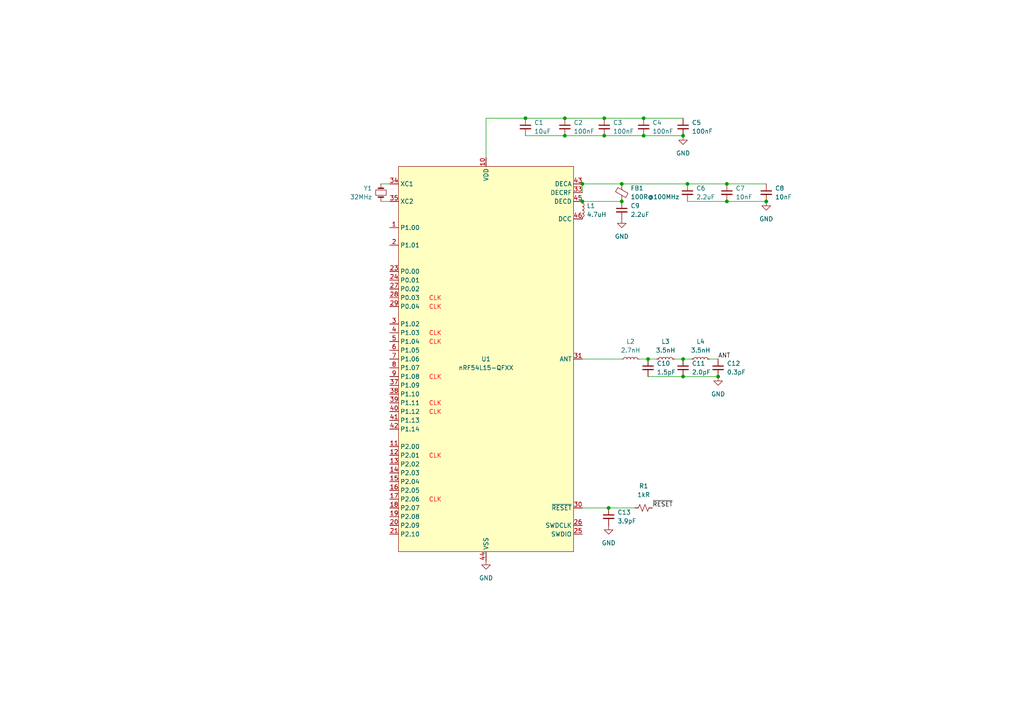
<source format=kicad_sch>
(kicad_sch (version 20250114) (generator "eeschema") (generator_version "9.0")
  (paper "A4")
  (lib_symbols
    (symbol "Device:C_Small" (pin_numbers (hide yes)) (pin_names (offset 0.254) (hide yes))
      (property "Reference" "C" (at 0.254 1.778 0))
      (property "Value" "C_Small" (at 0.254 -2.032 0))
      (symbol "C_Small_0_1"
        (polyline (pts (xy -1.524 0.508) (xy 1.524 0.508)) (stroke (width 0.3048)))
        (polyline (pts (xy -1.524 -0.508) (xy 1.524 -0.508)) (stroke (width 0.3302)))
      )
      (symbol "C_Small_1_1"
        (pin passive line (at 0 2.54 270) (length 2.032) (name "~") (number "1"))
        (pin passive line (at 0 -2.54 90) (length 2.032) (name "~") (number "2"))
      )
    )
    (symbol "Device:Crystal_Small" (pin_numbers (hide yes)) (pin_names (offset 1.016) (hide yes))
      (property "Reference" "Y" (at 0 2.54 0))
      (property "Value" "Crystal_Small" (at 0 -2.54 0))
      (symbol "Crystal_Small_0_1"
        (polyline (pts (xy -1.27 -0.762) (xy -1.27 0.762)) (stroke (width 0.381)))
        (rectangle (start -0.762 -1.524) (end 0.762 1.524))
        (polyline (pts (xy 1.27 -0.762) (xy 1.27 0.762)) (stroke (width 0.381)))
      )
      (symbol "Crystal_Small_1_1"
        (pin passive line (at -2.54 0 0) (length 1.27) (name "1") (number "1"))
        (pin passive line (at 2.54 0 180) (length 1.27) (name "2") (number "2"))
      )
    )
    (symbol "Device:FerriteBead_Small" (pin_numbers (hide yes)) (pin_names (offset 0))
      (property "Reference" "FB" (at 1.905 1.27 0))
      (property "Value" "FerriteBead_Small" (at 1.905 -1.27 0))
      (symbol "FerriteBead_Small_0_1"
        (polyline (pts (xy -1.8288 0.2794) (xy -1.1176 1.4986) (xy 1.8288 -0.2032) (xy 1.1176 -1.4224) (xy -1.8288 0.2794)))
        (polyline (pts (xy 0 0.889) (xy 0 1.2954)))
        (polyline (pts (xy 0 -1.27) (xy 0 -0.7874)))
      )
      (symbol "FerriteBead_Small_1_1"
        (pin passive line (at 0 2.54 270) (length 1.27) (name "~") (number "1"))
        (pin passive line (at 0 -2.54 90) (length 1.27) (name "~") (number "2"))
      )
    )
    (symbol "Device:L_Small" (pin_numbers (hide yes)) (pin_names (offset 0.254) (hide yes))
      (property "Reference" "L" (at 0.762 1.016 0))
      (property "Value" "L_Small" (at 0.762 -1.016 0))
      (symbol "L_Small_0_1"
        (arc (start 0 2.032) (mid 0.5058 1.524) (end 0 1.016))
        (arc (start 0 1.016) (mid 0.5058 0.508) (end 0 0))
        (arc (start 0 0) (mid 0.5058 -0.508) (end 0 -1.016))
        (arc (start 0 -1.016) (mid 0.5058 -1.524) (end 0 -2.032))
      )
      (symbol "L_Small_1_1"
        (pin passive line (at 0 2.54 270) (length 0.508) (name "~") (number "1"))
        (pin passive line (at 0 -2.54 90) (length 0.508) (name "~") (number "2"))
      )
    )
    (symbol "Device:R_Small_US" (pin_numbers (hide yes)) (pin_names (offset 0.254) (hide yes))
      (property "Reference" "R" (at 0.762 0.508 0))
      (property "Value" "R_Small_US" (at 0.762 -1.016 0))
      (symbol "R_Small_US_1_1"
        (polyline (pts (xy 0 1.524) (xy 1.016 1.143) (xy 0 0.762) (xy -1.016 0.381) (xy 0 0)))
        (polyline (pts (xy 0 0) (xy 1.016 -0.381) (xy 0 -0.762) (xy -1.016 -1.143) (xy 0 -1.524)))
        (pin passive line (at 0 2.54 270) (length 1.016) (name "~") (number "1"))
        (pin passive line (at 0 -2.54 90) (length 1.016) (name "~") (number "2"))
      )
    )
    (symbol "nordic-lib-kicad-nrf54l:nRF54L15-QFXX"
      (property "Reference" "U" (at 0 0 0))
      (property "Value" "nRF54L15-QFXX" (at 0 -2.54 0))
      (symbol "nRF54L15-QFXX_0_0"
        (pin bidirectional line (at -27.94 50.8 0) (length 2.54) (name "XC1") (number "34"))
        (pin bidirectional line (at -27.94 45.72 0) (length 2.54) (name "XC2") (number "35"))
        (pin bidirectional line (at -27.94 25.4 0) (length 2.54) (name "P0.00") (number "23"))
        (pin bidirectional line (at -27.94 22.86 0) (length 2.54) (name "P0.01") (number "24"))
        (pin bidirectional line (at -27.94 20.32 0) (length 2.54) (name "P0.02") (number "27"))
        (pin passive line (at 0 -58.42 90) (length 2.54) (hide yes) (name "VSS_PA") (number "32"))
        (pin power_in line (at 0 -58.42 90) (length 2.54) (name "VSS") (number "44"))
        (pin passive line (at 27.94 50.8 180) (length 2.54) (name "DECA") (number "43"))
        (pin passive line (at 27.94 48.26 180) (length 2.54) (name "DECRF") (number "33"))
        (pin passive line (at 27.94 45.72 180) (length 2.54) (name "DECD") (number "45"))
        (pin power_out line (at 27.94 40.64 180) (length 2.54) (name "DCC") (number "46"))
        (pin output line (at 27.94 0 180) (length 2.54) (name "ANT") (number "31"))
        (pin input line (at 27.94 -43.18 180) (length 2.54) (name "~{RESET}") (number "30"))
        (pin bidirectional line (at 27.94 -50.8 180) (length 2.54) (name "SWDIO") (number "25"))
      )
      (symbol "nRF54L15-QFXX_1_0"
        (pin bidirectional line (at -27.94 38.1 0) (length 2.54) (name "P1.00") (number "1"))
        (pin bidirectional line (at -27.94 33.02 0) (length 2.54) (name "P1.01") (number "2"))
        (pin bidirectional line (at -27.94 17.78 0) (length 2.54) (name "P0.03") (number "28"))
        (pin bidirectional line (at -27.94 15.24 0) (length 2.54) (name "P0.04") (number "29"))
        (pin bidirectional line (at -27.94 10.16 0) (length 2.54) (name "P1.02") (number "3"))
        (pin bidirectional line (at -27.94 7.62 0) (length 2.54) (name "P1.03") (number "4"))
        (pin bidirectional line (at -27.94 5.08 0) (length 2.54) (name "P1.04") (number "5"))
        (pin bidirectional line (at -27.94 2.54 0) (length 2.54) (name "P1.05") (number "6"))
        (pin bidirectional line (at -27.94 0 0) (length 2.54) (name "P1.06") (number "7"))
        (pin bidirectional line (at -27.94 -2.54 0) (length 2.54) (name "P1.07") (number "8"))
        (pin bidirectional line (at -27.94 -5.08 0) (length 2.54) (name "P1.08") (number "9"))
        (pin bidirectional line (at -27.94 -7.62 0) (length 2.54) (name "P1.09") (number "37"))
        (pin bidirectional line (at -27.94 -10.16 0) (length 2.54) (name "P1.10") (number "38"))
        (pin bidirectional line (at -27.94 -12.7 0) (length 2.54) (name "P1.11") (number "39"))
        (pin bidirectional line (at -27.94 -15.24 0) (length 2.54) (name "P1.12") (number "40"))
        (pin bidirectional line (at -27.94 -17.78 0) (length 2.54) (name "P1.13") (number "41"))
        (pin bidirectional line (at -27.94 -20.32 0) (length 2.54) (name "P1.14") (number "42"))
        (pin bidirectional line (at -27.94 -25.4 0) (length 2.54) (name "P2.00") (number "11"))
        (pin bidirectional line (at -27.94 -27.94 0) (length 2.54) (name "P2.01") (number "12"))
        (pin bidirectional line (at -27.94 -30.48 0) (length 2.54) (name "P2.02") (number "13"))
        (pin bidirectional line (at -27.94 -33.02 0) (length 2.54) (name "P2.03") (number "14"))
        (pin bidirectional line (at -27.94 -35.56 0) (length 2.54) (name "P2.04") (number "15"))
        (pin bidirectional line (at -27.94 -38.1 0) (length 2.54) (name "P2.05") (number "16"))
        (pin bidirectional line (at -27.94 -40.64 0) (length 2.54) (name "P2.06") (number "17"))
        (pin bidirectional line (at -27.94 -43.18 0) (length 2.54) (name "P2.07") (number "18"))
        (pin bidirectional line (at -27.94 -45.72 0) (length 2.54) (name "P2.08") (number "19"))
        (pin bidirectional line (at -27.94 -48.26 0) (length 2.54) (name "P2.09") (number "20"))
        (pin bidirectional line (at -27.94 -50.8 0) (length 2.54) (name "P2.10") (number "21"))
        (pin power_in line (at 0 58.42 270) (length 2.54) (name "VDD") (number "10"))
        (pin passive line (at 0 58.42 270) (length 2.54) (hide yes) (name "VDD") (number "22"))
        (pin passive line (at 0 58.42 270) (length 2.54) (hide yes) (name "VDD") (number "36"))
        (pin passive line (at 0 58.42 270) (length 2.54) (hide yes) (name "VDD") (number "47"))
        (pin passive line (at 0 58.42 270) (length 2.54) (hide yes) (name "VDD") (number "48"))
        (pin passive line (at 0 -58.42 90) (length 2.54) (hide yes) (name "VSS") (number "49"))
        (pin input line (at 27.94 -48.26 180) (length 2.54) (name "SWDCLK") (number "26"))
      )
      (symbol "nRF54L15-QFXX_1_1"
        (rectangle (start -25.4 55.88) (end 25.4 -55.88) (fill (type background)))
        (text "CLK" (at -14.732 17.78 0) (effects (font (size 1.27 1.27))))
        (text "CLK" (at -14.732 15.24 0) (effects (font (size 1.27 1.27))))
        (text "CLK" (at -14.732 7.62 0) (effects (font (size 1.27 1.27))))
        (text "CLK" (at -14.732 5.08 0) (effects (font (size 1.27 1.27))))
        (text "CLK" (at -14.732 -5.08 0) (effects (font (size 1.27 1.27))))
        (text "CLK" (at -14.732 -12.7 0) (effects (font (size 1.27 1.27))))
        (text "CLK" (at -14.732 -15.24 0) (effects (font (size 1.27 1.27))))
        (text "CLK" (at -14.732 -27.94 0) (effects (font (size 1.27 1.27))))
        (text "CLK" (at -14.732 -40.64 0) (effects (font (size 1.27 1.27))))
      )
    )
    (symbol "power:GND" (power) (pin_numbers (hide yes)) (pin_names (offset 0) (hide yes))
      (property "Value" "GND" (at 0 -3.81 0))
      (symbol "GND_0_1"
        (polyline (pts (xy 0 0) (xy 0 -1.27) (xy 1.27 -1.27) (xy 0 -2.54) (xy -1.27 -1.27) (xy 0 -1.27)))
      )
      (symbol "GND_1_1"
        (pin power_in line (at 0 0 270) (length 0) (name "~") (number "1"))
      )
    )
  )
  (junction (at 180.34 53.34))
  (junction (at 187.96 104.14))
  (junction (at 222.25 58.42))
  (junction (at 208.28 109.22))
  (junction (at 199.39 53.34))
  (junction (at 210.82 58.42))
  (junction (at 210.82 53.34))
  (junction (at 163.83 34.29))
  (junction (at 175.26 34.29))
  (junction (at 175.26 39.37))
  (junction (at 198.12 104.14))
  (junction (at 180.34 58.42))
  (junction (at 198.12 109.22))
  (junction (at 163.83 39.37))
  (junction (at 198.12 39.37))
  (junction (at 186.69 39.37))
  (junction (at 186.69 34.29))
  (junction (at 176.53 147.32))
  (junction (at 168.91 53.34))
  (junction (at 168.91 58.42))
  (junction (at 152.4 34.29))
  (wire (pts (xy 168.91 53.34) (xy 180.34 53.34)))
  (wire (pts (xy 180.34 53.34) (xy 199.39 53.34)))
  (wire (pts (xy 176.53 147.32) (xy 184.15 147.32)))
  (wire (pts (xy 186.69 34.29) (xy 198.12 34.29)))
  (wire (pts (xy 168.91 104.14) (xy 180.34 104.14)))
  (wire (pts (xy 222.25 58.42) (xy 210.82 58.42)))
  (wire (pts (xy 198.12 109.22) (xy 208.28 109.22)))
  (wire (pts (xy 187.96 104.14) (xy 185.42 104.14)))
  (wire (pts (xy 163.83 39.37) (xy 175.26 39.37)))
  (wire (pts (xy 110.49 58.42) (xy 113.03 58.42)))
  (wire (pts (xy 168.91 58.42) (xy 180.34 58.42)))
  (wire (pts (xy 152.4 39.37) (xy 163.83 39.37)))
  (wire (pts (xy 195.58 104.14) (xy 198.12 104.14)))
  (wire (pts (xy 210.82 53.34) (xy 222.25 53.34)))
  (wire (pts (xy 168.91 147.32) (xy 176.53 147.32)))
  (wire (pts (xy 186.69 39.37) (xy 198.12 39.37)))
  (wire (pts (xy 199.39 53.34) (xy 210.82 53.34)))
  (wire (pts (xy 140.97 34.29) (xy 152.4 34.29)))
  (wire (pts (xy 168.91 53.34) (xy 168.91 55.88)))
  (wire (pts (xy 205.74 104.14) (xy 208.28 104.14)))
  (wire (pts (xy 163.83 34.29) (xy 175.26 34.29)))
  (wire (pts (xy 175.26 34.29) (xy 186.69 34.29)))
  (wire (pts (xy 110.49 53.34) (xy 113.03 53.34)))
  (wire (pts (xy 152.4 34.29) (xy 163.83 34.29)))
  (wire (pts (xy 199.39 58.42) (xy 210.82 58.42)))
  (wire (pts (xy 187.96 109.22) (xy 198.12 109.22)))
  (wire (pts (xy 175.26 39.37) (xy 186.69 39.37)))
  (wire (pts (xy 198.12 104.14) (xy 200.66 104.14)))
  (wire (pts (xy 140.97 45.72) (xy 140.97 34.29)))
  (wire (pts (xy 190.5 104.14) (xy 187.96 104.14)))
  (label "ANT" (at 208.28 104.14 0))
  (label "~{RESET}" (at 189.23 147.32 0))
  (symbol (lib_id "Device:R_Small_US") (at 186.69 147.32 90) (unit 1)
    (property "Reference" "R1" (at 186.69 140.97 90))
    (property "Value" "1kR" (at 186.69 143.51 90))
    (property "Description" "Resistor, small US symbol" (effects (hide yes)))
  )
  (symbol (lib_id "Device:C_Small") (at 199.39 55.88 0) (unit 1)
    (property "Reference" "C6" (at 201.93 54.6162 0) (effects (justify left)))
    (property "Value" "2.2uF" (at 201.93 57.1562 0) (effects (justify left)))
    (property "Description" "Unpolarized capacitor, small symbol" (effects (hide yes)))
  )
  (symbol (lib_id "Device:C_Small") (at 180.34 60.96 0) (unit 1)
    (property "Reference" "C9" (at 182.88 59.6962 0) (effects (justify left)))
    (property "Value" "2.2uF" (at 182.88 62.2362 0) (effects (justify left)))
    (property "Description" "Unpolarized capacitor, small symbol" (effects (hide yes)))
  )
  (symbol (lib_id "Device:C_Small") (at 163.83 36.83 0) (unit 1)
    (property "Reference" "C2" (at 166.37 35.5662 0) (effects (justify left)))
    (property "Value" "100nF" (at 166.37 38.1062 0) (effects (justify left)))
    (property "Description" "Unpolarized capacitor, small symbol" (effects (hide yes)))
  )
  (symbol (lib_id "Device:Crystal_Small") (at 110.49 55.88 90) (unit 1)
    (property "Reference" "Y1" (at 107.95 54.6099 90) (effects (justify left)))
    (property "Value" "32MHz" (at 107.95 57.1499 90) (effects (justify left)))
    (property "Description" "Two pin crystal, small symbol" (effects (hide yes)))
  )
  (symbol (lib_id "Device:C_Small") (at 208.28 106.68 0) (unit 1)
    (property "Reference" "C12" (at 210.82 105.4162 0) (effects (justify left)))
    (property "Value" "0.3pF" (at 210.82 107.9562 0) (effects (justify left)))
    (property "Description" "Unpolarized capacitor, small symbol" (effects (hide yes)))
  )
  (symbol (lib_id "power:GND") (at 198.12 39.37 0) (unit 1)
    (property "Reference" "#PWR01" (effects (hide yes)))
    (property "Value" "GND" (at 198.12 44.45 0))
    (property "Description" "Power symbol creates a global label with name \"GND\" , ground" (effects (hide yes)))
  )
  (symbol (lib_id "Device:L_Small") (at 203.2 104.14 90) (unit 1)
    (property "Reference" "L4" (at 203.2 99.06 90))
    (property "Value" "3.5nH" (at 203.2 101.6 90))
    (property "Description" "Inductor, small symbol" (effects (hide yes)))
  )
  (symbol (lib_id "Device:C_Small") (at 187.96 106.68 0) (unit 1)
    (property "Reference" "C10" (at 190.5 105.4162 0) (effects (justify left)))
    (property "Value" "1.5pF" (at 190.5 107.9562 0) (effects (justify left)))
    (property "Description" "Unpolarized capacitor, small symbol" (effects (hide yes)))
  )
  (symbol (lib_id "Device:C_Small") (at 210.82 55.88 0) (unit 1)
    (property "Reference" "C7" (at 213.36 54.6162 0) (effects (justify left)))
    (property "Value" "10nF" (at 213.36 57.1562 0) (effects (justify left)))
    (property "Description" "Unpolarized capacitor, small symbol" (effects (hide yes)))
  )
  (symbol (lib_id "Device:L_Small") (at 182.88 104.14 90) (unit 1)
    (property "Reference" "L2" (at 182.88 99.06 90))
    (property "Value" "2.7nH" (at 182.88 101.6 90))
    (property "Description" "Inductor, small symbol" (effects (hide yes)))
  )
  (symbol (lib_id "Device:C_Small") (at 176.53 149.86 0) (unit 1)
    (property "Reference" "C13" (at 179.07 148.5962 0) (effects (justify left)))
    (property "Value" "3.9pF" (at 179.07 151.1362 0) (effects (justify left)))
    (property "Description" "Unpolarized capacitor, small symbol" (effects (hide yes)))
  )
  (symbol (lib_id "power:GND") (at 176.53 152.4 0) (unit 1)
    (property "Reference" "#PWR05" (effects (hide yes)))
    (property "Value" "GND" (at 176.53 157.48 0))
    (property "Description" "Power symbol creates a global label with name \"GND\" , ground" (effects (hide yes)))
  )
  (symbol (lib_id "Device:C_Small") (at 152.4 36.83 0) (unit 1)
    (property "Reference" "C1" (at 154.94 35.5662 0) (effects (justify left)))
    (property "Value" "10uF" (at 154.94 38.1062 0) (effects (justify left)))
    (property "Description" "Unpolarized capacitor, small symbol" (effects (hide yes)))
  )
  (symbol (lib_id "power:GND") (at 180.34 63.5 0) (unit 1)
    (property "Reference" "#PWR03" (effects (hide yes)))
    (property "Value" "GND" (at 180.34 68.58 0))
    (property "Description" "Power symbol creates a global label with name \"GND\" , ground" (effects (hide yes)))
  )
  (symbol (lib_id "Device:C_Small") (at 198.12 106.68 0) (unit 1)
    (property "Reference" "C11" (at 200.66 105.4162 0) (effects (justify left)))
    (property "Value" "2.0pF" (at 200.66 107.9562 0) (effects (justify left)))
    (property "Description" "Unpolarized capacitor, small symbol" (effects (hide yes)))
  )
  (symbol (lib_id "Device:FerriteBead_Small") (at 180.34 55.88 0) (unit 1)
    (property "Reference" "FB1" (at 182.88 54.5718 0) (effects (justify left)))
    (property "Value" "100R@100MHz" (at 182.88 57.1118 0) (effects (justify left)))
    (property "Description" "Ferrite bead, small symbol" (effects (hide yes)))
  )
  (symbol (lib_id "Device:C_Small") (at 198.12 36.83 0) (unit 1)
    (property "Reference" "C5" (at 200.66 35.5662 0) (effects (justify left)))
    (property "Value" "100nF" (at 200.66 38.1062 0) (effects (justify left)))
    (property "Description" "Unpolarized capacitor, small symbol" (effects (hide yes)))
  )
  (symbol (lib_id "power:GND") (at 208.28 109.22 0) (unit 1)
    (property "Reference" "#PWR04" (effects (hide yes)))
    (property "Value" "GND" (at 208.28 114.3 0))
    (property "Description" "Power symbol creates a global label with name \"GND\" , ground" (effects (hide yes)))
  )
  (symbol (lib_id "Device:L_Small") (at 193.04 104.14 90) (unit 1)
    (property "Reference" "L3" (at 193.04 99.06 90))
    (property "Value" "3.5nH" (at 193.04 101.6 90))
    (property "Description" "Inductor, small symbol" (effects (hide yes)))
  )
  (symbol (lib_id "power:GND") (at 140.97 162.56 0) (unit 1)
    (property "Reference" "#PWR06" (effects (hide yes)))
    (property "Value" "GND" (at 140.97 167.64 0))
    (property "Description" "Power symbol creates a global label with name \"GND\" , ground" (effects (hide yes)))
  )
  (symbol (lib_id "Device:C_Small") (at 175.26 36.83 0) (unit 1)
    (property "Reference" "C3" (at 177.8 35.5662 0) (effects (justify left)))
    (property "Value" "100nF" (at 177.8 38.1062 0) (effects (justify left)))
    (property "Description" "Unpolarized capacitor, small symbol" (effects (hide yes)))
  )
  (symbol (lib_id "Device:L_Small") (at 168.91 60.96 0) (unit 1)
    (property "Reference" "L1" (at 170.18 59.6899 0) (effects (justify left)))
    (property "Value" "4.7uH" (at 170.18 62.2299 0) (effects (justify left)))
    (property "Description" "Inductor, small symbol" (effects (hide yes)))
  )
  (symbol (lib_id "Device:C_Small") (at 222.25 55.88 0) (unit 1)
    (property "Reference" "C8" (at 224.79 54.6162 0) (effects (justify left)))
    (property "Value" "10nF" (at 224.79 57.1562 0) (effects (justify left)))
    (property "Description" "Unpolarized capacitor, small symbol" (effects (hide yes)))
  )
  (symbol (lib_id "power:GND") (at 222.25 58.42 0) (unit 1)
    (property "Reference" "#PWR02" (effects (hide yes)))
    (property "Value" "GND" (at 222.25 63.5 0))
    (property "Description" "Power symbol creates a global label with name \"GND\" , ground" (effects (hide yes)))
  )
  (symbol (lib_id "Device:C_Small") (at 186.69 36.83 0) (unit 1)
    (property "Reference" "C4" (at 189.23 35.5662 0) (effects (justify left)))
    (property "Value" "100nF" (at 189.23 38.1062 0) (effects (justify left)))
    (property "Description" "Unpolarized capacitor, small symbol" (effects (hide yes)))
  )
  (symbol (lib_id "nordic-lib-kicad-nrf54l:nRF54L15-QFXX") (at 140.97 104.14 0) (unit 1)
    (property "Reference" "U1" (at 140.97 104.14 0))
    (property "Value" "nRF54L15-QFXX" (at 140.97 106.68 0))
    (property "Footprint" "Package_DFN_QFN:QFN-48-1EP_6x6mm_P0.4mm_EP4.6x4.6mm" (effects (hide yes)))
    (property "Datasheet" "https://docs.nordicsemi.com/bundle/ps_nrf54L15" (effects (hide yes)))
    (property "Description" "nRF54L Dual Core Multiprotocol BLE SoC" (effects (hide yes)))
  )
)
</source>
